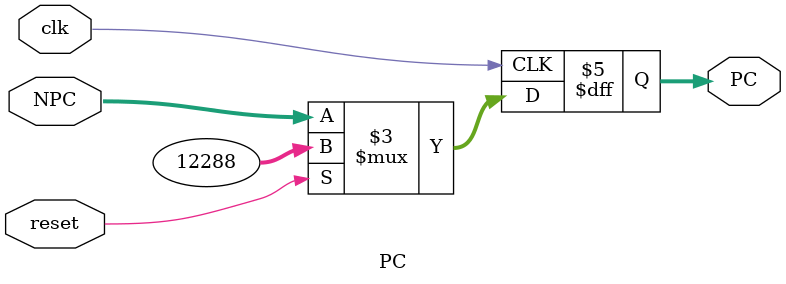
<source format=v>
`timescale 1ns / 1ps
`include "const_def.v"
module PC(
    input [31:0] NPC,
    output reg [31:0] PC,
    input reset,
    input clk
    );
	always@(posedge clk)begin
		if(reset)begin
			PC <= 32'h0000_3000;//32bite
		end
		else begin
			PC <= NPC;
		end
	end

endmodule

</source>
